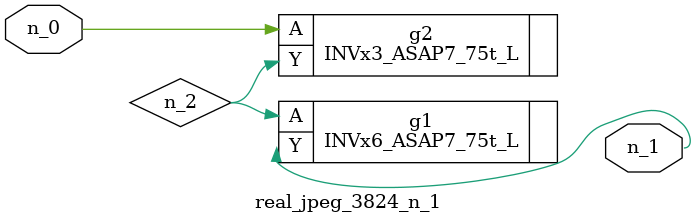
<source format=v>
module real_jpeg_3824_n_1 (n_0, n_1);

input n_0;

output n_1;

wire n_2;

INVx3_ASAP7_75t_L g2 ( 
.A(n_0),
.Y(n_2)
);

INVx6_ASAP7_75t_L g1 ( 
.A(n_2),
.Y(n_1)
);


endmodule
</source>
